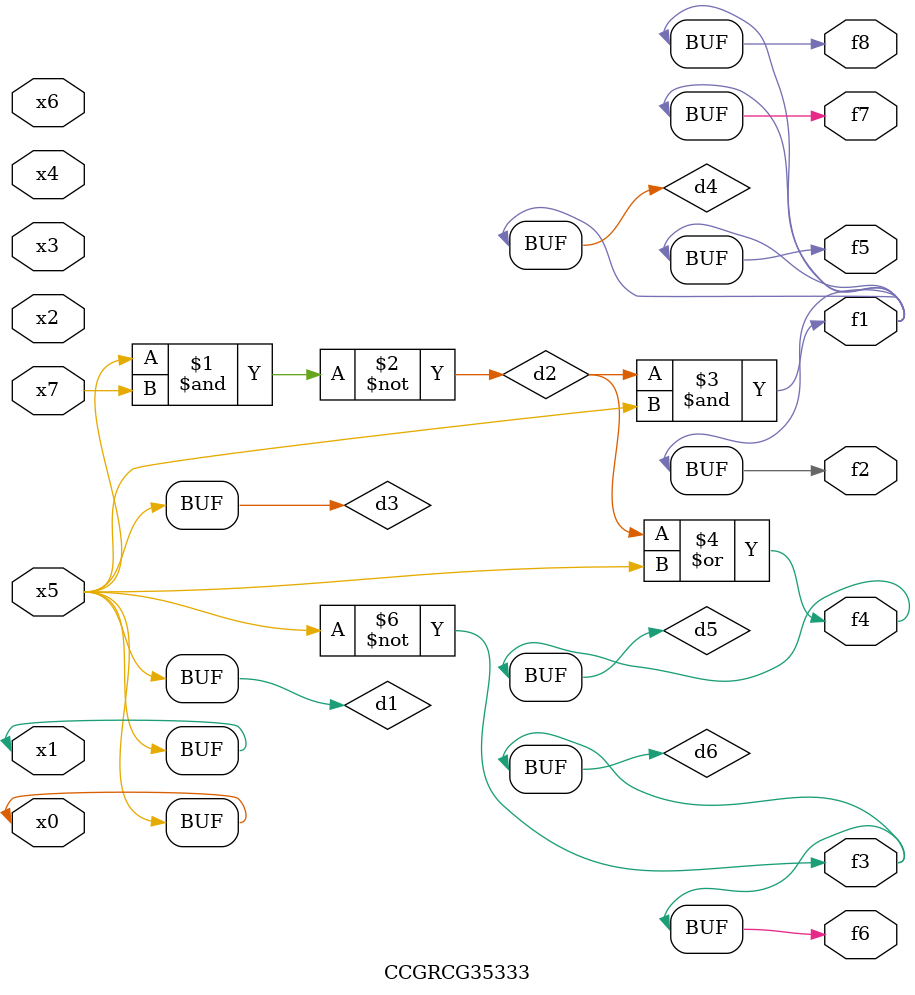
<source format=v>
module CCGRCG35333(
	input x0, x1, x2, x3, x4, x5, x6, x7,
	output f1, f2, f3, f4, f5, f6, f7, f8
);

	wire d1, d2, d3, d4, d5, d6;

	buf (d1, x0, x5);
	nand (d2, x5, x7);
	buf (d3, x0, x1);
	and (d4, d2, d3);
	or (d5, d2, d3);
	nor (d6, d1, d3);
	assign f1 = d4;
	assign f2 = d4;
	assign f3 = d6;
	assign f4 = d5;
	assign f5 = d4;
	assign f6 = d6;
	assign f7 = d4;
	assign f8 = d4;
endmodule

</source>
